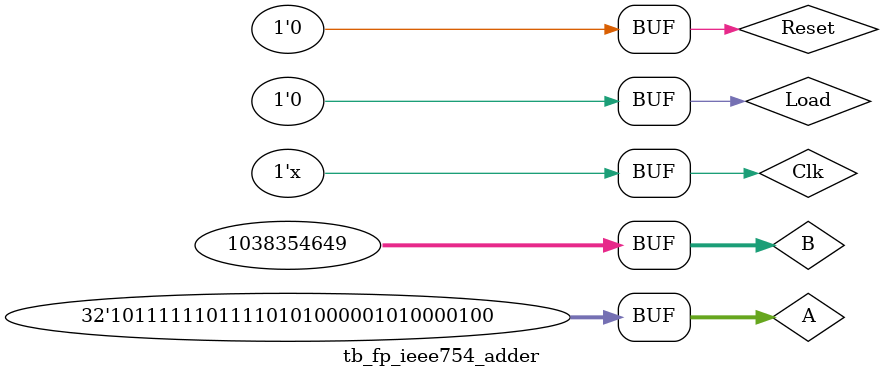
<source format=v>
`timescale 1ns / 1ps


module tb_fp_ieee754_adder();

reg Clk,Load,Reset;
reg [31:0]A;
reg [31:0]B;
wire [31:0]Result;

fp_ieee754_adder uut(
    .Clk(Clk),
    .Load(Load),
    .Reset(Reset),
    .A(A),
    .B(B),
    .Result(Result));
    
always #5 Clk = ~Clk;

initial begin
    Clk = 0;
    A = 0;
    B = 0;
    Load = 0;
    Reset = 1;
    
    #10
    A = 32'Hbf7a8284;
    B = 32'H3de408d9;
    Load = 1;
    Reset = 0;
    
    #10
    Load = 0;
end    
endmodule

</source>
